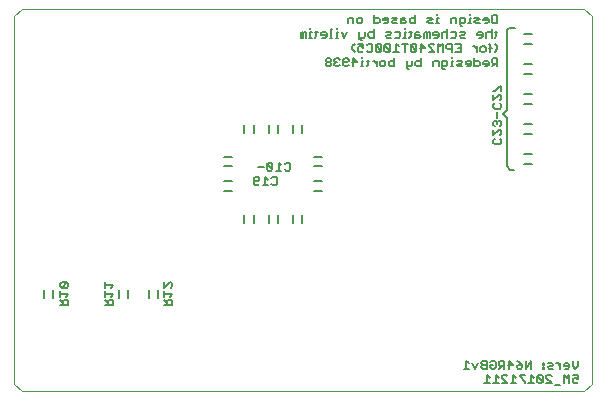
<source format=gbo>
G75*
%MOIN*%
%OFA0B0*%
%FSLAX25Y25*%
%IPPOS*%
%LPD*%
%AMOC8*
5,1,8,0,0,1.08239X$1,22.5*
%
%ADD10C,0.00000*%
%ADD11C,0.00500*%
%ADD12C,0.00600*%
D10*
X0007850Y0004100D02*
X0005350Y0006600D01*
X0005350Y0129100D01*
X0007850Y0131600D01*
X0195350Y0131600D01*
X0197850Y0129100D01*
X0197850Y0006600D01*
X0195350Y0004100D01*
X0007850Y0004100D01*
D11*
X0020600Y0032788D02*
X0023302Y0032788D01*
X0023302Y0034139D01*
X0022852Y0034589D01*
X0021951Y0034589D01*
X0021501Y0034139D01*
X0021501Y0032788D01*
X0021501Y0033688D02*
X0020600Y0034589D01*
X0020600Y0035734D02*
X0020600Y0037536D01*
X0020600Y0036635D02*
X0023302Y0036635D01*
X0022402Y0035734D01*
X0022852Y0038681D02*
X0021050Y0038681D01*
X0022852Y0040482D01*
X0021050Y0040482D01*
X0020600Y0040032D01*
X0020600Y0039131D01*
X0021050Y0038681D01*
X0022852Y0038681D02*
X0023302Y0039131D01*
X0023302Y0040032D01*
X0022852Y0040482D01*
X0035600Y0040482D02*
X0035600Y0038681D01*
X0035600Y0039581D02*
X0038302Y0039581D01*
X0037402Y0038681D01*
X0035600Y0037536D02*
X0035600Y0035734D01*
X0035600Y0036635D02*
X0038302Y0036635D01*
X0037402Y0035734D01*
X0037852Y0034589D02*
X0036951Y0034589D01*
X0036501Y0034139D01*
X0036501Y0032788D01*
X0036501Y0033688D02*
X0035600Y0034589D01*
X0037852Y0034589D02*
X0038302Y0034139D01*
X0038302Y0032788D01*
X0035600Y0032788D01*
X0055287Y0032788D02*
X0057990Y0032788D01*
X0057990Y0034139D01*
X0057539Y0034589D01*
X0056639Y0034589D01*
X0056188Y0034139D01*
X0056188Y0032788D01*
X0056188Y0033688D02*
X0055287Y0034589D01*
X0055287Y0035734D02*
X0055287Y0037536D01*
X0055287Y0036635D02*
X0057990Y0036635D01*
X0057089Y0035734D01*
X0057539Y0038681D02*
X0057990Y0039131D01*
X0057990Y0040032D01*
X0057539Y0040482D01*
X0057089Y0040482D01*
X0055287Y0038681D01*
X0055287Y0040482D01*
X0085579Y0072850D02*
X0085129Y0073300D01*
X0085129Y0075102D01*
X0085579Y0075552D01*
X0086480Y0075552D01*
X0086930Y0075102D01*
X0086930Y0074652D01*
X0086480Y0074201D01*
X0085129Y0074201D01*
X0085579Y0072850D02*
X0086480Y0072850D01*
X0086930Y0073300D01*
X0088075Y0072850D02*
X0089877Y0072850D01*
X0088976Y0072850D02*
X0088976Y0075552D01*
X0089877Y0074652D01*
X0091022Y0075102D02*
X0091472Y0075552D01*
X0092373Y0075552D01*
X0092823Y0075102D01*
X0092823Y0073300D01*
X0092373Y0072850D01*
X0091472Y0072850D01*
X0091022Y0073300D01*
X0090900Y0077650D02*
X0091350Y0078100D01*
X0089548Y0079902D01*
X0089548Y0078100D01*
X0089999Y0077650D01*
X0090900Y0077650D01*
X0091350Y0078100D02*
X0091350Y0079902D01*
X0090900Y0080352D01*
X0089999Y0080352D01*
X0089548Y0079902D01*
X0088403Y0079001D02*
X0086602Y0079001D01*
X0092495Y0077650D02*
X0094297Y0077650D01*
X0093396Y0077650D02*
X0093396Y0080352D01*
X0094297Y0079452D01*
X0095441Y0079902D02*
X0095892Y0080352D01*
X0096793Y0080352D01*
X0097243Y0079902D01*
X0097243Y0078100D01*
X0096793Y0077650D01*
X0095892Y0077650D01*
X0095441Y0078100D01*
X0136065Y0112025D02*
X0136516Y0111574D01*
X0136966Y0111574D01*
X0136065Y0112025D02*
X0136065Y0114277D01*
X0137867Y0114277D02*
X0137867Y0112925D01*
X0137417Y0112475D01*
X0136065Y0112475D01*
X0139012Y0112925D02*
X0139012Y0113826D01*
X0139462Y0114277D01*
X0140814Y0114277D01*
X0140814Y0115177D02*
X0140814Y0112475D01*
X0139462Y0112475D01*
X0139012Y0112925D01*
X0138890Y0117275D02*
X0137989Y0117275D01*
X0137539Y0117725D01*
X0137539Y0119527D01*
X0139340Y0117725D01*
X0138890Y0117275D01*
X0139340Y0117725D02*
X0139340Y0119527D01*
X0138890Y0119977D01*
X0137989Y0119977D01*
X0137539Y0119527D01*
X0136394Y0119977D02*
X0134592Y0119977D01*
X0135493Y0119977D02*
X0135493Y0117275D01*
X0133447Y0117275D02*
X0131646Y0117275D01*
X0132546Y0117275D02*
X0132546Y0119977D01*
X0133447Y0119077D01*
X0130501Y0119527D02*
X0130501Y0117725D01*
X0128699Y0119527D01*
X0128699Y0117725D01*
X0129150Y0117275D01*
X0130050Y0117275D01*
X0130501Y0117725D01*
X0130501Y0119527D02*
X0130050Y0119977D01*
X0129150Y0119977D01*
X0128699Y0119527D01*
X0127554Y0119527D02*
X0127554Y0117725D01*
X0125753Y0119527D01*
X0125753Y0117725D01*
X0126203Y0117275D01*
X0127104Y0117275D01*
X0127554Y0117725D01*
X0127554Y0119527D02*
X0127104Y0119977D01*
X0126203Y0119977D01*
X0125753Y0119527D01*
X0124608Y0119527D02*
X0124608Y0117725D01*
X0124157Y0117275D01*
X0123257Y0117275D01*
X0122806Y0117725D01*
X0121661Y0117725D02*
X0121211Y0117275D01*
X0120310Y0117275D01*
X0119860Y0117725D01*
X0119860Y0118626D01*
X0120310Y0119077D01*
X0120760Y0119077D01*
X0121661Y0118626D01*
X0121661Y0119977D01*
X0119860Y0119977D01*
X0118715Y0119977D02*
X0117814Y0119077D01*
X0117814Y0118176D01*
X0118715Y0117275D01*
X0118346Y0115177D02*
X0119697Y0113826D01*
X0117895Y0113826D01*
X0116750Y0114277D02*
X0116750Y0114727D01*
X0116300Y0115177D01*
X0115399Y0115177D01*
X0114949Y0114727D01*
X0114949Y0112925D01*
X0115399Y0112475D01*
X0116300Y0112475D01*
X0116750Y0112925D01*
X0116300Y0113826D02*
X0114949Y0113826D01*
X0116300Y0113826D02*
X0116750Y0114277D01*
X0118346Y0115177D02*
X0118346Y0112475D01*
X0120760Y0112475D02*
X0121661Y0112475D01*
X0121211Y0112475D02*
X0121211Y0114277D01*
X0121661Y0114277D01*
X0121211Y0115177D02*
X0121211Y0115628D01*
X0122725Y0114277D02*
X0123625Y0114277D01*
X0123175Y0114727D02*
X0123175Y0112925D01*
X0122725Y0112475D01*
X0124730Y0114277D02*
X0125180Y0114277D01*
X0126081Y0113376D01*
X0126081Y0112475D02*
X0126081Y0114277D01*
X0127226Y0113826D02*
X0127676Y0114277D01*
X0128577Y0114277D01*
X0129027Y0113826D01*
X0129027Y0112925D01*
X0128577Y0112475D01*
X0127676Y0112475D01*
X0127226Y0112925D01*
X0127226Y0113826D01*
X0130172Y0113826D02*
X0130172Y0112925D01*
X0130623Y0112475D01*
X0131974Y0112475D01*
X0131974Y0115177D01*
X0131974Y0114277D02*
X0130623Y0114277D01*
X0130172Y0113826D01*
X0124608Y0119527D02*
X0124157Y0119977D01*
X0123257Y0119977D01*
X0122806Y0119527D01*
X0121251Y0121174D02*
X0120801Y0121174D01*
X0120351Y0121625D01*
X0120351Y0123877D01*
X0122152Y0123877D02*
X0122152Y0122525D01*
X0121702Y0122075D01*
X0120351Y0122075D01*
X0123297Y0122525D02*
X0123297Y0123426D01*
X0123748Y0123877D01*
X0125099Y0123877D01*
X0125099Y0124777D02*
X0125099Y0122075D01*
X0123748Y0122075D01*
X0123297Y0122525D01*
X0125262Y0126875D02*
X0126613Y0126875D01*
X0127063Y0127325D01*
X0127063Y0128226D01*
X0126613Y0128677D01*
X0125262Y0128677D01*
X0125262Y0129577D02*
X0125262Y0126875D01*
X0128208Y0127776D02*
X0130010Y0127776D01*
X0130010Y0128226D02*
X0129559Y0128677D01*
X0128658Y0128677D01*
X0128208Y0128226D01*
X0128208Y0127776D01*
X0128658Y0126875D02*
X0129559Y0126875D01*
X0130010Y0127325D01*
X0130010Y0128226D01*
X0131155Y0128677D02*
X0132506Y0128677D01*
X0132956Y0128226D01*
X0132506Y0127776D01*
X0131605Y0127776D01*
X0131155Y0127325D01*
X0131605Y0126875D01*
X0132956Y0126875D01*
X0134101Y0126875D02*
X0135452Y0126875D01*
X0135903Y0127325D01*
X0135452Y0127776D01*
X0134101Y0127776D01*
X0134101Y0128226D02*
X0134101Y0126875D01*
X0134101Y0128226D02*
X0134552Y0128677D01*
X0135452Y0128677D01*
X0137048Y0128226D02*
X0137498Y0128677D01*
X0138849Y0128677D01*
X0138849Y0129577D02*
X0138849Y0126875D01*
X0137498Y0126875D01*
X0137048Y0127325D01*
X0137048Y0128226D01*
X0135452Y0125228D02*
X0135452Y0124777D01*
X0135452Y0123877D02*
X0135452Y0122075D01*
X0135002Y0122075D02*
X0135903Y0122075D01*
X0136966Y0122075D02*
X0137417Y0122525D01*
X0137417Y0124327D01*
X0137867Y0123877D02*
X0136966Y0123877D01*
X0135903Y0123877D02*
X0135452Y0123877D01*
X0133938Y0123426D02*
X0133938Y0122525D01*
X0133488Y0122075D01*
X0132137Y0122075D01*
X0130992Y0122075D02*
X0129641Y0122075D01*
X0129190Y0122525D01*
X0129641Y0122976D01*
X0130541Y0122976D01*
X0130992Y0123426D01*
X0130541Y0123877D01*
X0129190Y0123877D01*
X0132137Y0123877D02*
X0133488Y0123877D01*
X0133938Y0123426D01*
X0139012Y0123426D02*
X0139012Y0122075D01*
X0140363Y0122075D01*
X0140814Y0122525D01*
X0140363Y0122976D01*
X0139012Y0122976D01*
X0139012Y0123426D02*
X0139462Y0123877D01*
X0140363Y0123877D01*
X0141958Y0123426D02*
X0141958Y0122075D01*
X0142859Y0122075D02*
X0142859Y0123426D01*
X0142409Y0123877D01*
X0141958Y0123426D01*
X0142859Y0123426D02*
X0143310Y0123877D01*
X0143760Y0123877D01*
X0143760Y0122075D01*
X0144905Y0122976D02*
X0144905Y0123426D01*
X0145355Y0123877D01*
X0146256Y0123877D01*
X0146707Y0123426D01*
X0146707Y0122525D01*
X0146256Y0122075D01*
X0145355Y0122075D01*
X0144905Y0122976D02*
X0146707Y0122976D01*
X0147852Y0123426D02*
X0147852Y0122075D01*
X0147852Y0123426D02*
X0148302Y0123877D01*
X0149203Y0123877D01*
X0149653Y0123426D01*
X0150798Y0123877D02*
X0152149Y0123877D01*
X0152600Y0123426D01*
X0152600Y0122525D01*
X0152149Y0122075D01*
X0150798Y0122075D01*
X0149653Y0122075D02*
X0149653Y0124777D01*
X0150798Y0126875D02*
X0150798Y0128226D01*
X0151248Y0128677D01*
X0152600Y0128677D01*
X0152600Y0126875D01*
X0153745Y0126875D02*
X0155096Y0126875D01*
X0155546Y0127325D01*
X0155546Y0128226D01*
X0155096Y0128677D01*
X0153745Y0128677D01*
X0153745Y0126425D01*
X0154195Y0125974D01*
X0154645Y0125974D01*
X0156610Y0126875D02*
X0157510Y0126875D01*
X0157060Y0126875D02*
X0157060Y0128677D01*
X0157510Y0128677D01*
X0157060Y0129577D02*
X0157060Y0130028D01*
X0158655Y0128677D02*
X0160007Y0128677D01*
X0160457Y0128226D01*
X0160007Y0127776D01*
X0159106Y0127776D01*
X0158655Y0127325D01*
X0159106Y0126875D01*
X0160457Y0126875D01*
X0161602Y0127776D02*
X0163403Y0127776D01*
X0163403Y0128226D02*
X0162953Y0128677D01*
X0162052Y0128677D01*
X0161602Y0128226D01*
X0161602Y0127776D01*
X0162052Y0126875D02*
X0162953Y0126875D01*
X0163403Y0127325D01*
X0163403Y0128226D01*
X0164548Y0127325D02*
X0164548Y0129127D01*
X0164999Y0129577D01*
X0166350Y0129577D01*
X0166350Y0126875D01*
X0164999Y0126875D01*
X0164548Y0127325D01*
X0164386Y0124777D02*
X0164386Y0122075D01*
X0165449Y0122075D02*
X0165900Y0122525D01*
X0165900Y0124327D01*
X0166350Y0123877D02*
X0165449Y0123877D01*
X0164386Y0123426D02*
X0163935Y0123877D01*
X0163035Y0123877D01*
X0162584Y0123426D01*
X0162584Y0122075D01*
X0161439Y0122525D02*
X0161439Y0123426D01*
X0160989Y0123877D01*
X0160088Y0123877D01*
X0159638Y0123426D01*
X0159638Y0122976D01*
X0161439Y0122976D01*
X0161439Y0122525D02*
X0160989Y0122075D01*
X0160088Y0122075D01*
X0159475Y0119077D02*
X0159475Y0117275D01*
X0159475Y0118176D02*
X0158574Y0119077D01*
X0158124Y0119077D01*
X0160620Y0118626D02*
X0161070Y0119077D01*
X0161971Y0119077D01*
X0162421Y0118626D01*
X0162421Y0117725D01*
X0161971Y0117275D01*
X0161070Y0117275D01*
X0160620Y0117725D01*
X0160620Y0118626D01*
X0163485Y0118626D02*
X0164386Y0118626D01*
X0163935Y0119527D02*
X0163935Y0117275D01*
X0165449Y0117275D02*
X0166350Y0118176D01*
X0166350Y0119077D01*
X0165449Y0119977D01*
X0163935Y0119527D02*
X0163485Y0119977D01*
X0164999Y0115177D02*
X0164548Y0114727D01*
X0164548Y0113826D01*
X0164999Y0113376D01*
X0166350Y0113376D01*
X0165449Y0113376D02*
X0164548Y0112475D01*
X0163403Y0112925D02*
X0163403Y0113826D01*
X0162953Y0114277D01*
X0162052Y0114277D01*
X0161602Y0113826D01*
X0161602Y0113376D01*
X0163403Y0113376D01*
X0163403Y0112925D02*
X0162953Y0112475D01*
X0162052Y0112475D01*
X0160457Y0112925D02*
X0160457Y0113826D01*
X0160007Y0114277D01*
X0158655Y0114277D01*
X0158655Y0115177D02*
X0158655Y0112475D01*
X0160007Y0112475D01*
X0160457Y0112925D01*
X0157510Y0112925D02*
X0157510Y0113826D01*
X0157060Y0114277D01*
X0156159Y0114277D01*
X0155709Y0113826D01*
X0155709Y0113376D01*
X0157510Y0113376D01*
X0157510Y0112925D02*
X0157060Y0112475D01*
X0156159Y0112475D01*
X0154564Y0112475D02*
X0153213Y0112475D01*
X0152762Y0112925D01*
X0153213Y0113376D01*
X0154114Y0113376D01*
X0154564Y0113826D01*
X0154114Y0114277D01*
X0152762Y0114277D01*
X0151617Y0114277D02*
X0151167Y0114277D01*
X0151167Y0112475D01*
X0151617Y0112475D02*
X0150717Y0112475D01*
X0149653Y0112925D02*
X0149653Y0113826D01*
X0149203Y0114277D01*
X0147852Y0114277D01*
X0147852Y0112025D01*
X0148302Y0111574D01*
X0148752Y0111574D01*
X0149203Y0112475D02*
X0147852Y0112475D01*
X0146707Y0112475D02*
X0146707Y0114277D01*
X0145355Y0114277D01*
X0144905Y0113826D01*
X0144905Y0112475D01*
X0149203Y0112475D02*
X0149653Y0112925D01*
X0151167Y0115177D02*
X0151167Y0115628D01*
X0151126Y0117275D02*
X0151126Y0119977D01*
X0149775Y0119977D01*
X0149325Y0119527D01*
X0149325Y0118626D01*
X0149775Y0118176D01*
X0151126Y0118176D01*
X0152271Y0117275D02*
X0154073Y0117275D01*
X0154073Y0119977D01*
X0152271Y0119977D01*
X0153172Y0118626D02*
X0154073Y0118626D01*
X0154195Y0122075D02*
X0153745Y0122525D01*
X0154195Y0122976D01*
X0155096Y0122976D01*
X0155546Y0123426D01*
X0155096Y0123877D01*
X0153745Y0123877D01*
X0154195Y0122075D02*
X0155546Y0122075D01*
X0148180Y0119977D02*
X0148180Y0117275D01*
X0146378Y0117275D02*
X0146378Y0119977D01*
X0147279Y0119077D01*
X0148180Y0119977D01*
X0145233Y0119527D02*
X0144783Y0119977D01*
X0143882Y0119977D01*
X0143432Y0119527D01*
X0143432Y0119077D01*
X0145233Y0117275D01*
X0143432Y0117275D01*
X0142287Y0118626D02*
X0140485Y0118626D01*
X0140936Y0117275D02*
X0140936Y0119977D01*
X0142287Y0118626D01*
X0143391Y0126875D02*
X0142941Y0127325D01*
X0143391Y0127776D01*
X0144292Y0127776D01*
X0144742Y0128226D01*
X0144292Y0128677D01*
X0142941Y0128677D01*
X0146256Y0128677D02*
X0146256Y0126875D01*
X0145806Y0126875D02*
X0146707Y0126875D01*
X0144742Y0126875D02*
X0143391Y0126875D01*
X0146256Y0128677D02*
X0146707Y0128677D01*
X0146256Y0129577D02*
X0146256Y0130028D01*
X0164999Y0115177D02*
X0166350Y0115177D01*
X0166350Y0112475D01*
X0167189Y0106018D02*
X0165388Y0104216D01*
X0164938Y0104216D01*
X0164938Y0103071D02*
X0164938Y0101270D01*
X0166739Y0103071D01*
X0167189Y0103071D01*
X0167640Y0102621D01*
X0167640Y0101720D01*
X0167189Y0101270D01*
X0167189Y0100125D02*
X0167640Y0099674D01*
X0167640Y0098774D01*
X0167189Y0098323D01*
X0165388Y0098323D01*
X0164938Y0098774D01*
X0164938Y0099674D01*
X0165388Y0100125D01*
X0166289Y0097178D02*
X0166289Y0095377D01*
X0166739Y0094232D02*
X0166289Y0093781D01*
X0165838Y0094232D01*
X0165388Y0094232D01*
X0164938Y0093781D01*
X0164938Y0092881D01*
X0165388Y0092430D01*
X0164938Y0091285D02*
X0164938Y0089484D01*
X0166739Y0091285D01*
X0167189Y0091285D01*
X0167640Y0090835D01*
X0167640Y0089934D01*
X0167189Y0089484D01*
X0167189Y0088339D02*
X0167640Y0087888D01*
X0167640Y0086988D01*
X0167189Y0086537D01*
X0165388Y0086537D01*
X0164938Y0086988D01*
X0164938Y0087888D01*
X0165388Y0088339D01*
X0167189Y0092430D02*
X0167640Y0092881D01*
X0167640Y0093781D01*
X0167189Y0094232D01*
X0166739Y0094232D01*
X0166289Y0093781D02*
X0166289Y0093331D01*
X0167640Y0104216D02*
X0167640Y0106018D01*
X0167189Y0106018D01*
X0121170Y0127325D02*
X0120720Y0126875D01*
X0119819Y0126875D01*
X0119369Y0127325D01*
X0119369Y0128226D01*
X0119819Y0128677D01*
X0120720Y0128677D01*
X0121170Y0128226D01*
X0121170Y0127325D01*
X0118224Y0126875D02*
X0118224Y0128677D01*
X0116872Y0128677D01*
X0116422Y0128226D01*
X0116422Y0126875D01*
X0116259Y0123877D02*
X0115358Y0122075D01*
X0114458Y0123877D01*
X0113313Y0123877D02*
X0112862Y0123877D01*
X0112862Y0122075D01*
X0112412Y0122075D02*
X0113313Y0122075D01*
X0111348Y0122075D02*
X0110448Y0122075D01*
X0110898Y0122075D02*
X0110898Y0124777D01*
X0111348Y0124777D01*
X0112862Y0124777D02*
X0112862Y0125228D01*
X0109384Y0123426D02*
X0109384Y0122525D01*
X0108934Y0122075D01*
X0108033Y0122075D01*
X0107582Y0122976D02*
X0109384Y0122976D01*
X0109384Y0123426D02*
X0108934Y0123877D01*
X0108033Y0123877D01*
X0107582Y0123426D01*
X0107582Y0122976D01*
X0106437Y0123877D02*
X0105537Y0123877D01*
X0105987Y0124327D02*
X0105987Y0122525D01*
X0105537Y0122075D01*
X0104473Y0122075D02*
X0103572Y0122075D01*
X0104023Y0122075D02*
X0104023Y0123877D01*
X0104473Y0123877D01*
X0104023Y0124777D02*
X0104023Y0125228D01*
X0102509Y0123877D02*
X0102058Y0123877D01*
X0101608Y0123426D01*
X0101158Y0123877D01*
X0100707Y0123426D01*
X0100707Y0122075D01*
X0101608Y0122075D02*
X0101608Y0123426D01*
X0102509Y0123877D02*
X0102509Y0122075D01*
X0109506Y0115177D02*
X0109056Y0114727D01*
X0109056Y0114277D01*
X0109506Y0113826D01*
X0110407Y0113826D01*
X0110857Y0114277D01*
X0110857Y0114727D01*
X0110407Y0115177D01*
X0109506Y0115177D01*
X0109506Y0113826D02*
X0109056Y0113376D01*
X0109056Y0112925D01*
X0109506Y0112475D01*
X0110407Y0112475D01*
X0110857Y0112925D01*
X0110857Y0113376D01*
X0110407Y0113826D01*
X0112002Y0113376D02*
X0112002Y0112925D01*
X0112453Y0112475D01*
X0113353Y0112475D01*
X0113804Y0112925D01*
X0112903Y0113826D02*
X0112453Y0113826D01*
X0112002Y0113376D01*
X0112453Y0113826D02*
X0112002Y0114277D01*
X0112002Y0114727D01*
X0112453Y0115177D01*
X0113353Y0115177D01*
X0113804Y0114727D01*
X0155984Y0014352D02*
X0155984Y0011650D01*
X0156885Y0011650D02*
X0155083Y0011650D01*
X0156885Y0013452D02*
X0155984Y0014352D01*
X0158030Y0013452D02*
X0158930Y0011650D01*
X0159831Y0013452D01*
X0160976Y0013452D02*
X0160976Y0013902D01*
X0161427Y0014352D01*
X0162778Y0014352D01*
X0162778Y0011650D01*
X0161427Y0011650D01*
X0160976Y0012100D01*
X0160976Y0012551D01*
X0161427Y0013001D01*
X0162778Y0013001D01*
X0163923Y0013001D02*
X0164823Y0013001D01*
X0163923Y0013001D02*
X0163923Y0012100D01*
X0164373Y0011650D01*
X0165274Y0011650D01*
X0165724Y0012100D01*
X0165724Y0013902D01*
X0165274Y0014352D01*
X0164373Y0014352D01*
X0163923Y0013902D01*
X0161427Y0013001D02*
X0160976Y0013452D01*
X0162859Y0009552D02*
X0162859Y0006850D01*
X0163760Y0006850D02*
X0161958Y0006850D01*
X0163760Y0008652D02*
X0162859Y0009552D01*
X0165806Y0009552D02*
X0165806Y0006850D01*
X0166706Y0006850D02*
X0164905Y0006850D01*
X0167851Y0006850D02*
X0169653Y0006850D01*
X0167851Y0008652D01*
X0167851Y0009102D01*
X0168302Y0009552D01*
X0169202Y0009552D01*
X0169653Y0009102D01*
X0171699Y0009552D02*
X0171699Y0006850D01*
X0172599Y0006850D02*
X0170798Y0006850D01*
X0172599Y0008652D02*
X0171699Y0009552D01*
X0173744Y0009552D02*
X0173744Y0009102D01*
X0175546Y0007300D01*
X0175546Y0006850D01*
X0176691Y0006850D02*
X0178492Y0006850D01*
X0177592Y0006850D02*
X0177592Y0009552D01*
X0178492Y0008652D01*
X0179637Y0009102D02*
X0179637Y0007300D01*
X0180088Y0006850D01*
X0180989Y0006850D01*
X0181439Y0007300D01*
X0179637Y0009102D01*
X0180088Y0009552D01*
X0180989Y0009552D01*
X0181439Y0009102D01*
X0181439Y0007300D01*
X0182584Y0006850D02*
X0184385Y0006850D01*
X0182584Y0008652D01*
X0182584Y0009102D01*
X0183034Y0009552D01*
X0183935Y0009552D01*
X0184385Y0009102D01*
X0184877Y0011650D02*
X0183525Y0011650D01*
X0183075Y0012100D01*
X0183525Y0012551D01*
X0184426Y0012551D01*
X0184877Y0013001D01*
X0184426Y0013452D01*
X0183075Y0013452D01*
X0181930Y0013452D02*
X0181930Y0013001D01*
X0181480Y0013001D01*
X0181480Y0013452D01*
X0181930Y0013452D01*
X0181930Y0012100D02*
X0181930Y0011650D01*
X0181480Y0011650D01*
X0181480Y0012100D01*
X0181930Y0012100D01*
X0185981Y0013452D02*
X0186431Y0013452D01*
X0187332Y0012551D01*
X0187332Y0011650D02*
X0187332Y0013452D01*
X0188477Y0013001D02*
X0188477Y0012551D01*
X0190278Y0012551D01*
X0190278Y0013001D02*
X0189828Y0013452D01*
X0188927Y0013452D01*
X0188477Y0013001D01*
X0188927Y0011650D02*
X0189828Y0011650D01*
X0190278Y0012100D01*
X0190278Y0013001D01*
X0191423Y0012551D02*
X0192324Y0011650D01*
X0193225Y0012551D01*
X0193225Y0014352D01*
X0191423Y0014352D02*
X0191423Y0012551D01*
X0191423Y0009552D02*
X0193225Y0009552D01*
X0193225Y0008201D01*
X0192324Y0008652D01*
X0191874Y0008652D01*
X0191423Y0008201D01*
X0191423Y0007300D01*
X0191874Y0006850D01*
X0192775Y0006850D01*
X0193225Y0007300D01*
X0190278Y0006850D02*
X0190278Y0009552D01*
X0189378Y0008652D01*
X0188477Y0009552D01*
X0188477Y0006850D01*
X0187332Y0006400D02*
X0185530Y0006400D01*
X0177510Y0011650D02*
X0177510Y0014352D01*
X0175709Y0011650D01*
X0175709Y0014352D01*
X0174564Y0013001D02*
X0173213Y0013001D01*
X0172762Y0012551D01*
X0172762Y0012100D01*
X0173213Y0011650D01*
X0174113Y0011650D01*
X0174564Y0012100D01*
X0174564Y0013001D01*
X0173663Y0013902D01*
X0172762Y0014352D01*
X0171617Y0013001D02*
X0169816Y0013001D01*
X0168671Y0012551D02*
X0167320Y0012551D01*
X0166869Y0013001D01*
X0166869Y0013902D01*
X0167320Y0014352D01*
X0168671Y0014352D01*
X0168671Y0011650D01*
X0167770Y0012551D02*
X0166869Y0011650D01*
X0170266Y0011650D02*
X0170266Y0014352D01*
X0171617Y0013001D01*
X0173744Y0009552D02*
X0175546Y0009552D01*
X0166706Y0008652D02*
X0165806Y0009552D01*
D12*
X0101287Y0060350D02*
X0101287Y0062850D01*
X0098162Y0062850D02*
X0098162Y0060350D01*
X0093162Y0060350D02*
X0093162Y0062850D01*
X0090037Y0062850D02*
X0090037Y0060350D01*
X0085038Y0060350D02*
X0085038Y0062850D01*
X0081913Y0062850D02*
X0081913Y0060350D01*
X0077850Y0070975D02*
X0075350Y0070975D01*
X0075350Y0074100D02*
X0077850Y0074100D01*
X0077850Y0079100D02*
X0075350Y0079100D01*
X0075350Y0082225D02*
X0077850Y0082225D01*
X0081913Y0090350D02*
X0081913Y0092850D01*
X0085038Y0092850D02*
X0085038Y0090350D01*
X0090037Y0090350D02*
X0090037Y0092850D01*
X0093162Y0092850D02*
X0093162Y0090350D01*
X0098162Y0090350D02*
X0098162Y0092850D01*
X0101287Y0092850D02*
X0101287Y0090350D01*
X0105350Y0082225D02*
X0107850Y0082225D01*
X0107850Y0079100D02*
X0105350Y0079100D01*
X0105350Y0074100D02*
X0107850Y0074100D01*
X0107850Y0070975D02*
X0105350Y0070975D01*
X0053162Y0037850D02*
X0053162Y0035350D01*
X0050037Y0035350D02*
X0050037Y0037850D01*
X0043162Y0037850D02*
X0043162Y0035350D01*
X0040038Y0035350D02*
X0040038Y0037850D01*
X0018163Y0037850D02*
X0018163Y0035350D01*
X0015037Y0035350D02*
X0015037Y0037850D01*
X0168163Y0096600D02*
X0169413Y0095350D01*
X0169413Y0079100D01*
X0170663Y0077850D01*
X0171913Y0077850D01*
X0175350Y0080038D02*
X0177850Y0080038D01*
X0177850Y0083163D02*
X0175350Y0083163D01*
X0175350Y0090037D02*
X0177850Y0090037D01*
X0177850Y0093162D02*
X0175350Y0093162D01*
X0169413Y0097850D02*
X0168163Y0096600D01*
X0169413Y0097850D02*
X0169413Y0124412D01*
X0170350Y0125350D01*
X0172225Y0125350D01*
X0175350Y0123162D02*
X0177850Y0123162D01*
X0177850Y0120037D02*
X0175350Y0120037D01*
X0175350Y0113162D02*
X0177850Y0113162D01*
X0177850Y0110037D02*
X0175350Y0110037D01*
X0175350Y0103162D02*
X0177850Y0103162D01*
X0177850Y0100037D02*
X0175350Y0100037D01*
M02*

</source>
